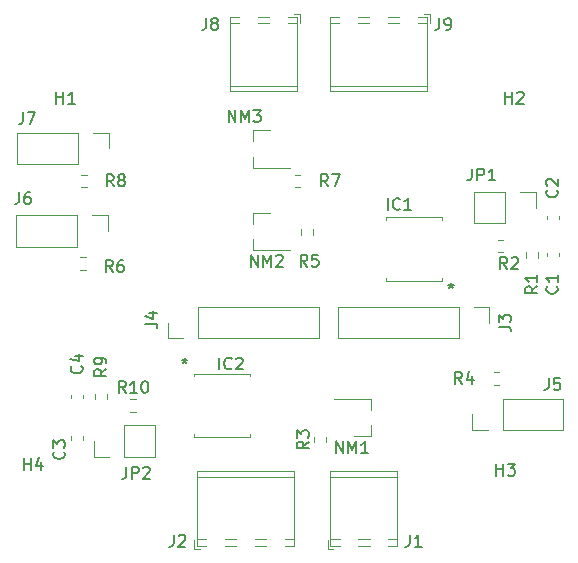
<source format=gbr>
%TF.GenerationSoftware,KiCad,Pcbnew,(6.0.8)*%
%TF.CreationDate,2023-04-06T01:33:44-05:00*%
%TF.ProjectId,ArmPCB_fixed_mosfet_pins,41726d50-4342-45f6-9669-7865645f6d6f,rev?*%
%TF.SameCoordinates,Original*%
%TF.FileFunction,Legend,Top*%
%TF.FilePolarity,Positive*%
%FSLAX46Y46*%
G04 Gerber Fmt 4.6, Leading zero omitted, Abs format (unit mm)*
G04 Created by KiCad (PCBNEW (6.0.8)) date 2023-04-06 01:33:44*
%MOMM*%
%LPD*%
G01*
G04 APERTURE LIST*
%ADD10C,0.150000*%
%ADD11C,0.120000*%
G04 APERTURE END LIST*
D10*
%TO.C,J5*%
X122166666Y-89702380D02*
X122166666Y-90416666D01*
X122119047Y-90559523D01*
X122023809Y-90654761D01*
X121880952Y-90702380D01*
X121785714Y-90702380D01*
X123119047Y-89702380D02*
X122642857Y-89702380D01*
X122595238Y-90178571D01*
X122642857Y-90130952D01*
X122738095Y-90083333D01*
X122976190Y-90083333D01*
X123071428Y-90130952D01*
X123119047Y-90178571D01*
X123166666Y-90273809D01*
X123166666Y-90511904D01*
X123119047Y-90607142D01*
X123071428Y-90654761D01*
X122976190Y-90702380D01*
X122738095Y-90702380D01*
X122642857Y-90654761D01*
X122595238Y-90607142D01*
%TO.C,R7*%
X103483333Y-73452380D02*
X103150000Y-72976190D01*
X102911904Y-73452380D02*
X102911904Y-72452380D01*
X103292857Y-72452380D01*
X103388095Y-72500000D01*
X103435714Y-72547619D01*
X103483333Y-72642857D01*
X103483333Y-72785714D01*
X103435714Y-72880952D01*
X103388095Y-72928571D01*
X103292857Y-72976190D01*
X102911904Y-72976190D01*
X103816666Y-72452380D02*
X104483333Y-72452380D01*
X104054761Y-73452380D01*
%TO.C,H3*%
X117738095Y-97952380D02*
X117738095Y-96952380D01*
X117738095Y-97428571D02*
X118309523Y-97428571D01*
X118309523Y-97952380D02*
X118309523Y-96952380D01*
X118690476Y-96952380D02*
X119309523Y-96952380D01*
X118976190Y-97333333D01*
X119119047Y-97333333D01*
X119214285Y-97380952D01*
X119261904Y-97428571D01*
X119309523Y-97523809D01*
X119309523Y-97761904D01*
X119261904Y-97857142D01*
X119214285Y-97904761D01*
X119119047Y-97952380D01*
X118833333Y-97952380D01*
X118738095Y-97904761D01*
X118690476Y-97857142D01*
%TO.C,C4*%
X82607142Y-88666666D02*
X82654761Y-88714285D01*
X82702380Y-88857142D01*
X82702380Y-88952380D01*
X82654761Y-89095238D01*
X82559523Y-89190476D01*
X82464285Y-89238095D01*
X82273809Y-89285714D01*
X82130952Y-89285714D01*
X81940476Y-89238095D01*
X81845238Y-89190476D01*
X81750000Y-89095238D01*
X81702380Y-88952380D01*
X81702380Y-88857142D01*
X81750000Y-88714285D01*
X81797619Y-88666666D01*
X82035714Y-87809523D02*
X82702380Y-87809523D01*
X81654761Y-88047619D02*
X82369047Y-88285714D01*
X82369047Y-87666666D01*
%TO.C,R4*%
X114833333Y-90164880D02*
X114500000Y-89688690D01*
X114261904Y-90164880D02*
X114261904Y-89164880D01*
X114642857Y-89164880D01*
X114738095Y-89212500D01*
X114785714Y-89260119D01*
X114833333Y-89355357D01*
X114833333Y-89498214D01*
X114785714Y-89593452D01*
X114738095Y-89641071D01*
X114642857Y-89688690D01*
X114261904Y-89688690D01*
X115690476Y-89498214D02*
X115690476Y-90164880D01*
X115452380Y-89117261D02*
X115214285Y-89831547D01*
X115833333Y-89831547D01*
%TO.C,J8*%
X93166666Y-59202380D02*
X93166666Y-59916666D01*
X93119047Y-60059523D01*
X93023809Y-60154761D01*
X92880952Y-60202380D01*
X92785714Y-60202380D01*
X93785714Y-59630952D02*
X93690476Y-59583333D01*
X93642857Y-59535714D01*
X93595238Y-59440476D01*
X93595238Y-59392857D01*
X93642857Y-59297619D01*
X93690476Y-59250000D01*
X93785714Y-59202380D01*
X93976190Y-59202380D01*
X94071428Y-59250000D01*
X94119047Y-59297619D01*
X94166666Y-59392857D01*
X94166666Y-59440476D01*
X94119047Y-59535714D01*
X94071428Y-59583333D01*
X93976190Y-59630952D01*
X93785714Y-59630952D01*
X93690476Y-59678571D01*
X93642857Y-59726190D01*
X93595238Y-59821428D01*
X93595238Y-60011904D01*
X93642857Y-60107142D01*
X93690476Y-60154761D01*
X93785714Y-60202380D01*
X93976190Y-60202380D01*
X94071428Y-60154761D01*
X94119047Y-60107142D01*
X94166666Y-60011904D01*
X94166666Y-59821428D01*
X94119047Y-59726190D01*
X94071428Y-59678571D01*
X93976190Y-59630952D01*
%TO.C,J1*%
X110416666Y-102952380D02*
X110416666Y-103666666D01*
X110369047Y-103809523D01*
X110273809Y-103904761D01*
X110130952Y-103952380D01*
X110035714Y-103952380D01*
X111416666Y-103952380D02*
X110845238Y-103952380D01*
X111130952Y-103952380D02*
X111130952Y-102952380D01*
X111035714Y-103095238D01*
X110940476Y-103190476D01*
X110845238Y-103238095D01*
%TO.C,J3*%
X117952380Y-85333333D02*
X118666666Y-85333333D01*
X118809523Y-85380952D01*
X118904761Y-85476190D01*
X118952380Y-85619047D01*
X118952380Y-85714285D01*
X117952380Y-84952380D02*
X117952380Y-84333333D01*
X118333333Y-84666666D01*
X118333333Y-84523809D01*
X118380952Y-84428571D01*
X118428571Y-84380952D01*
X118523809Y-84333333D01*
X118761904Y-84333333D01*
X118857142Y-84380952D01*
X118904761Y-84428571D01*
X118952380Y-84523809D01*
X118952380Y-84809523D01*
X118904761Y-84904761D01*
X118857142Y-84952380D01*
%TO.C,IC2*%
X94273809Y-88952380D02*
X94273809Y-87952380D01*
X95321428Y-88857142D02*
X95273809Y-88904761D01*
X95130952Y-88952380D01*
X95035714Y-88952380D01*
X94892857Y-88904761D01*
X94797619Y-88809523D01*
X94750000Y-88714285D01*
X94702380Y-88523809D01*
X94702380Y-88380952D01*
X94750000Y-88190476D01*
X94797619Y-88095238D01*
X94892857Y-88000000D01*
X95035714Y-87952380D01*
X95130952Y-87952380D01*
X95273809Y-88000000D01*
X95321428Y-88047619D01*
X95702380Y-88047619D02*
X95750000Y-88000000D01*
X95845238Y-87952380D01*
X96083333Y-87952380D01*
X96178571Y-88000000D01*
X96226190Y-88047619D01*
X96273809Y-88142857D01*
X96273809Y-88238095D01*
X96226190Y-88380952D01*
X95654761Y-88952380D01*
X96273809Y-88952380D01*
X91344050Y-88003780D02*
X91344050Y-88241876D01*
X91105954Y-88146638D02*
X91344050Y-88241876D01*
X91582145Y-88146638D01*
X91201192Y-88432352D02*
X91344050Y-88241876D01*
X91486907Y-88432352D01*
%TO.C,J9*%
X112916666Y-59202380D02*
X112916666Y-59916666D01*
X112869047Y-60059523D01*
X112773809Y-60154761D01*
X112630952Y-60202380D01*
X112535714Y-60202380D01*
X113440476Y-60202380D02*
X113630952Y-60202380D01*
X113726190Y-60154761D01*
X113773809Y-60107142D01*
X113869047Y-59964285D01*
X113916666Y-59773809D01*
X113916666Y-59392857D01*
X113869047Y-59297619D01*
X113821428Y-59250000D01*
X113726190Y-59202380D01*
X113535714Y-59202380D01*
X113440476Y-59250000D01*
X113392857Y-59297619D01*
X113345238Y-59392857D01*
X113345238Y-59630952D01*
X113392857Y-59726190D01*
X113440476Y-59773809D01*
X113535714Y-59821428D01*
X113726190Y-59821428D01*
X113821428Y-59773809D01*
X113869047Y-59726190D01*
X113916666Y-59630952D01*
%TO.C,R6*%
X85253333Y-80702380D02*
X84920000Y-80226190D01*
X84681904Y-80702380D02*
X84681904Y-79702380D01*
X85062857Y-79702380D01*
X85158095Y-79750000D01*
X85205714Y-79797619D01*
X85253333Y-79892857D01*
X85253333Y-80035714D01*
X85205714Y-80130952D01*
X85158095Y-80178571D01*
X85062857Y-80226190D01*
X84681904Y-80226190D01*
X86110476Y-79702380D02*
X85920000Y-79702380D01*
X85824761Y-79750000D01*
X85777142Y-79797619D01*
X85681904Y-79940476D01*
X85634285Y-80130952D01*
X85634285Y-80511904D01*
X85681904Y-80607142D01*
X85729523Y-80654761D01*
X85824761Y-80702380D01*
X86015238Y-80702380D01*
X86110476Y-80654761D01*
X86158095Y-80607142D01*
X86205714Y-80511904D01*
X86205714Y-80273809D01*
X86158095Y-80178571D01*
X86110476Y-80130952D01*
X86015238Y-80083333D01*
X85824761Y-80083333D01*
X85729523Y-80130952D01*
X85681904Y-80178571D01*
X85634285Y-80273809D01*
%TO.C,IC1*%
X108523809Y-75452380D02*
X108523809Y-74452380D01*
X109571428Y-75357142D02*
X109523809Y-75404761D01*
X109380952Y-75452380D01*
X109285714Y-75452380D01*
X109142857Y-75404761D01*
X109047619Y-75309523D01*
X109000000Y-75214285D01*
X108952380Y-75023809D01*
X108952380Y-74880952D01*
X109000000Y-74690476D01*
X109047619Y-74595238D01*
X109142857Y-74500000D01*
X109285714Y-74452380D01*
X109380952Y-74452380D01*
X109523809Y-74500000D01*
X109571428Y-74547619D01*
X110523809Y-75452380D02*
X109952380Y-75452380D01*
X110238095Y-75452380D02*
X110238095Y-74452380D01*
X110142857Y-74595238D01*
X110047619Y-74690476D01*
X109952380Y-74738095D01*
X113905950Y-81650980D02*
X113905950Y-81889076D01*
X113667854Y-81793838D02*
X113905950Y-81889076D01*
X114144045Y-81793838D01*
X113763092Y-82079552D02*
X113905950Y-81889076D01*
X114048807Y-82079552D01*
%TO.C,R10*%
X86357142Y-90952380D02*
X86023809Y-90476190D01*
X85785714Y-90952380D02*
X85785714Y-89952380D01*
X86166666Y-89952380D01*
X86261904Y-90000000D01*
X86309523Y-90047619D01*
X86357142Y-90142857D01*
X86357142Y-90285714D01*
X86309523Y-90380952D01*
X86261904Y-90428571D01*
X86166666Y-90476190D01*
X85785714Y-90476190D01*
X87309523Y-90952380D02*
X86738095Y-90952380D01*
X87023809Y-90952380D02*
X87023809Y-89952380D01*
X86928571Y-90095238D01*
X86833333Y-90190476D01*
X86738095Y-90238095D01*
X87928571Y-89952380D02*
X88023809Y-89952380D01*
X88119047Y-90000000D01*
X88166666Y-90047619D01*
X88214285Y-90142857D01*
X88261904Y-90333333D01*
X88261904Y-90571428D01*
X88214285Y-90761904D01*
X88166666Y-90857142D01*
X88119047Y-90904761D01*
X88023809Y-90952380D01*
X87928571Y-90952380D01*
X87833333Y-90904761D01*
X87785714Y-90857142D01*
X87738095Y-90761904D01*
X87690476Y-90571428D01*
X87690476Y-90333333D01*
X87738095Y-90142857D01*
X87785714Y-90047619D01*
X87833333Y-90000000D01*
X87928571Y-89952380D01*
%TO.C,R1*%
X121202380Y-81916666D02*
X120726190Y-82250000D01*
X121202380Y-82488095D02*
X120202380Y-82488095D01*
X120202380Y-82107142D01*
X120250000Y-82011904D01*
X120297619Y-81964285D01*
X120392857Y-81916666D01*
X120535714Y-81916666D01*
X120630952Y-81964285D01*
X120678571Y-82011904D01*
X120726190Y-82107142D01*
X120726190Y-82488095D01*
X121202380Y-80964285D02*
X121202380Y-81535714D01*
X121202380Y-81250000D02*
X120202380Y-81250000D01*
X120345238Y-81345238D01*
X120440476Y-81440476D01*
X120488095Y-81535714D01*
%TO.C,R2*%
X118658333Y-80452380D02*
X118325000Y-79976190D01*
X118086904Y-80452380D02*
X118086904Y-79452380D01*
X118467857Y-79452380D01*
X118563095Y-79500000D01*
X118610714Y-79547619D01*
X118658333Y-79642857D01*
X118658333Y-79785714D01*
X118610714Y-79880952D01*
X118563095Y-79928571D01*
X118467857Y-79976190D01*
X118086904Y-79976190D01*
X119039285Y-79547619D02*
X119086904Y-79500000D01*
X119182142Y-79452380D01*
X119420238Y-79452380D01*
X119515476Y-79500000D01*
X119563095Y-79547619D01*
X119610714Y-79642857D01*
X119610714Y-79738095D01*
X119563095Y-79880952D01*
X118991666Y-80452380D01*
X119610714Y-80452380D01*
%TO.C,C2*%
X122857142Y-73766666D02*
X122904761Y-73814285D01*
X122952380Y-73957142D01*
X122952380Y-74052380D01*
X122904761Y-74195238D01*
X122809523Y-74290476D01*
X122714285Y-74338095D01*
X122523809Y-74385714D01*
X122380952Y-74385714D01*
X122190476Y-74338095D01*
X122095238Y-74290476D01*
X122000000Y-74195238D01*
X121952380Y-74052380D01*
X121952380Y-73957142D01*
X122000000Y-73814285D01*
X122047619Y-73766666D01*
X122047619Y-73385714D02*
X122000000Y-73338095D01*
X121952380Y-73242857D01*
X121952380Y-73004761D01*
X122000000Y-72909523D01*
X122047619Y-72861904D01*
X122142857Y-72814285D01*
X122238095Y-72814285D01*
X122380952Y-72861904D01*
X122952380Y-73433333D01*
X122952380Y-72814285D01*
%TO.C,C3*%
X81107142Y-95916666D02*
X81154761Y-95964285D01*
X81202380Y-96107142D01*
X81202380Y-96202380D01*
X81154761Y-96345238D01*
X81059523Y-96440476D01*
X80964285Y-96488095D01*
X80773809Y-96535714D01*
X80630952Y-96535714D01*
X80440476Y-96488095D01*
X80345238Y-96440476D01*
X80250000Y-96345238D01*
X80202380Y-96202380D01*
X80202380Y-96107142D01*
X80250000Y-95964285D01*
X80297619Y-95916666D01*
X80202380Y-95583333D02*
X80202380Y-94964285D01*
X80583333Y-95297619D01*
X80583333Y-95154761D01*
X80630952Y-95059523D01*
X80678571Y-95011904D01*
X80773809Y-94964285D01*
X81011904Y-94964285D01*
X81107142Y-95011904D01*
X81154761Y-95059523D01*
X81202380Y-95154761D01*
X81202380Y-95440476D01*
X81154761Y-95535714D01*
X81107142Y-95583333D01*
%TO.C,H2*%
X118488095Y-66452380D02*
X118488095Y-65452380D01*
X118488095Y-65928571D02*
X119059523Y-65928571D01*
X119059523Y-66452380D02*
X119059523Y-65452380D01*
X119488095Y-65547619D02*
X119535714Y-65500000D01*
X119630952Y-65452380D01*
X119869047Y-65452380D01*
X119964285Y-65500000D01*
X120011904Y-65547619D01*
X120059523Y-65642857D01*
X120059523Y-65738095D01*
X120011904Y-65880952D01*
X119440476Y-66452380D01*
X120059523Y-66452380D01*
%TO.C,R5*%
X101733333Y-80252380D02*
X101400000Y-79776190D01*
X101161904Y-80252380D02*
X101161904Y-79252380D01*
X101542857Y-79252380D01*
X101638095Y-79300000D01*
X101685714Y-79347619D01*
X101733333Y-79442857D01*
X101733333Y-79585714D01*
X101685714Y-79680952D01*
X101638095Y-79728571D01*
X101542857Y-79776190D01*
X101161904Y-79776190D01*
X102638095Y-79252380D02*
X102161904Y-79252380D01*
X102114285Y-79728571D01*
X102161904Y-79680952D01*
X102257142Y-79633333D01*
X102495238Y-79633333D01*
X102590476Y-79680952D01*
X102638095Y-79728571D01*
X102685714Y-79823809D01*
X102685714Y-80061904D01*
X102638095Y-80157142D01*
X102590476Y-80204761D01*
X102495238Y-80252380D01*
X102257142Y-80252380D01*
X102161904Y-80204761D01*
X102114285Y-80157142D01*
%TO.C,J7*%
X77666666Y-67202380D02*
X77666666Y-67916666D01*
X77619047Y-68059523D01*
X77523809Y-68154761D01*
X77380952Y-68202380D01*
X77285714Y-68202380D01*
X78047619Y-67202380D02*
X78714285Y-67202380D01*
X78285714Y-68202380D01*
%TO.C,C1*%
X122857142Y-81916666D02*
X122904761Y-81964285D01*
X122952380Y-82107142D01*
X122952380Y-82202380D01*
X122904761Y-82345238D01*
X122809523Y-82440476D01*
X122714285Y-82488095D01*
X122523809Y-82535714D01*
X122380952Y-82535714D01*
X122190476Y-82488095D01*
X122095238Y-82440476D01*
X122000000Y-82345238D01*
X121952380Y-82202380D01*
X121952380Y-82107142D01*
X122000000Y-81964285D01*
X122047619Y-81916666D01*
X122952380Y-80964285D02*
X122952380Y-81535714D01*
X122952380Y-81250000D02*
X121952380Y-81250000D01*
X122095238Y-81345238D01*
X122190476Y-81440476D01*
X122238095Y-81535714D01*
%TO.C,NM1*%
X104166666Y-96052380D02*
X104166666Y-95052380D01*
X104738095Y-96052380D01*
X104738095Y-95052380D01*
X105214285Y-96052380D02*
X105214285Y-95052380D01*
X105547619Y-95766666D01*
X105880952Y-95052380D01*
X105880952Y-96052380D01*
X106880952Y-96052380D02*
X106309523Y-96052380D01*
X106595238Y-96052380D02*
X106595238Y-95052380D01*
X106500000Y-95195238D01*
X106404761Y-95290476D01*
X106309523Y-95338095D01*
%TO.C,R9*%
X84702380Y-88916666D02*
X84226190Y-89250000D01*
X84702380Y-89488095D02*
X83702380Y-89488095D01*
X83702380Y-89107142D01*
X83750000Y-89011904D01*
X83797619Y-88964285D01*
X83892857Y-88916666D01*
X84035714Y-88916666D01*
X84130952Y-88964285D01*
X84178571Y-89011904D01*
X84226190Y-89107142D01*
X84226190Y-89488095D01*
X84702380Y-88440476D02*
X84702380Y-88250000D01*
X84654761Y-88154761D01*
X84607142Y-88107142D01*
X84464285Y-88011904D01*
X84273809Y-87964285D01*
X83892857Y-87964285D01*
X83797619Y-88011904D01*
X83750000Y-88059523D01*
X83702380Y-88154761D01*
X83702380Y-88345238D01*
X83750000Y-88440476D01*
X83797619Y-88488095D01*
X83892857Y-88535714D01*
X84130952Y-88535714D01*
X84226190Y-88488095D01*
X84273809Y-88440476D01*
X84321428Y-88345238D01*
X84321428Y-88154761D01*
X84273809Y-88059523D01*
X84226190Y-88011904D01*
X84130952Y-87964285D01*
%TO.C,R8*%
X85333333Y-73452380D02*
X85000000Y-72976190D01*
X84761904Y-73452380D02*
X84761904Y-72452380D01*
X85142857Y-72452380D01*
X85238095Y-72500000D01*
X85285714Y-72547619D01*
X85333333Y-72642857D01*
X85333333Y-72785714D01*
X85285714Y-72880952D01*
X85238095Y-72928571D01*
X85142857Y-72976190D01*
X84761904Y-72976190D01*
X85904761Y-72880952D02*
X85809523Y-72833333D01*
X85761904Y-72785714D01*
X85714285Y-72690476D01*
X85714285Y-72642857D01*
X85761904Y-72547619D01*
X85809523Y-72500000D01*
X85904761Y-72452380D01*
X86095238Y-72452380D01*
X86190476Y-72500000D01*
X86238095Y-72547619D01*
X86285714Y-72642857D01*
X86285714Y-72690476D01*
X86238095Y-72785714D01*
X86190476Y-72833333D01*
X86095238Y-72880952D01*
X85904761Y-72880952D01*
X85809523Y-72928571D01*
X85761904Y-72976190D01*
X85714285Y-73071428D01*
X85714285Y-73261904D01*
X85761904Y-73357142D01*
X85809523Y-73404761D01*
X85904761Y-73452380D01*
X86095238Y-73452380D01*
X86190476Y-73404761D01*
X86238095Y-73357142D01*
X86285714Y-73261904D01*
X86285714Y-73071428D01*
X86238095Y-72976190D01*
X86190476Y-72928571D01*
X86095238Y-72880952D01*
%TO.C,H4*%
X77738095Y-97452380D02*
X77738095Y-96452380D01*
X77738095Y-96928571D02*
X78309523Y-96928571D01*
X78309523Y-97452380D02*
X78309523Y-96452380D01*
X79214285Y-96785714D02*
X79214285Y-97452380D01*
X78976190Y-96404761D02*
X78738095Y-97119047D01*
X79357142Y-97119047D01*
%TO.C,J4*%
X88027380Y-85083333D02*
X88741666Y-85083333D01*
X88884523Y-85130952D01*
X88979761Y-85226190D01*
X89027380Y-85369047D01*
X89027380Y-85464285D01*
X88360714Y-84178571D02*
X89027380Y-84178571D01*
X87979761Y-84416666D02*
X88694047Y-84654761D01*
X88694047Y-84035714D01*
%TO.C,R3*%
X101852380Y-95066666D02*
X101376190Y-95400000D01*
X101852380Y-95638095D02*
X100852380Y-95638095D01*
X100852380Y-95257142D01*
X100900000Y-95161904D01*
X100947619Y-95114285D01*
X101042857Y-95066666D01*
X101185714Y-95066666D01*
X101280952Y-95114285D01*
X101328571Y-95161904D01*
X101376190Y-95257142D01*
X101376190Y-95638095D01*
X100852380Y-94733333D02*
X100852380Y-94114285D01*
X101233333Y-94447619D01*
X101233333Y-94304761D01*
X101280952Y-94209523D01*
X101328571Y-94161904D01*
X101423809Y-94114285D01*
X101661904Y-94114285D01*
X101757142Y-94161904D01*
X101804761Y-94209523D01*
X101852380Y-94304761D01*
X101852380Y-94590476D01*
X101804761Y-94685714D01*
X101757142Y-94733333D01*
%TO.C,NM3*%
X95066666Y-68002380D02*
X95066666Y-67002380D01*
X95638095Y-68002380D01*
X95638095Y-67002380D01*
X96114285Y-68002380D02*
X96114285Y-67002380D01*
X96447619Y-67716666D01*
X96780952Y-67002380D01*
X96780952Y-68002380D01*
X97161904Y-67002380D02*
X97780952Y-67002380D01*
X97447619Y-67383333D01*
X97590476Y-67383333D01*
X97685714Y-67430952D01*
X97733333Y-67478571D01*
X97780952Y-67573809D01*
X97780952Y-67811904D01*
X97733333Y-67907142D01*
X97685714Y-67954761D01*
X97590476Y-68002380D01*
X97304761Y-68002380D01*
X97209523Y-67954761D01*
X97161904Y-67907142D01*
%TO.C,J2*%
X90416666Y-102952380D02*
X90416666Y-103666666D01*
X90369047Y-103809523D01*
X90273809Y-103904761D01*
X90130952Y-103952380D01*
X90035714Y-103952380D01*
X90845238Y-103047619D02*
X90892857Y-103000000D01*
X90988095Y-102952380D01*
X91226190Y-102952380D01*
X91321428Y-103000000D01*
X91369047Y-103047619D01*
X91416666Y-103142857D01*
X91416666Y-103238095D01*
X91369047Y-103380952D01*
X90797619Y-103952380D01*
X91416666Y-103952380D01*
%TO.C,NM2*%
X96966666Y-80252380D02*
X96966666Y-79252380D01*
X97538095Y-80252380D01*
X97538095Y-79252380D01*
X98014285Y-80252380D02*
X98014285Y-79252380D01*
X98347619Y-79966666D01*
X98680952Y-79252380D01*
X98680952Y-80252380D01*
X99109523Y-79347619D02*
X99157142Y-79300000D01*
X99252380Y-79252380D01*
X99490476Y-79252380D01*
X99585714Y-79300000D01*
X99633333Y-79347619D01*
X99680952Y-79442857D01*
X99680952Y-79538095D01*
X99633333Y-79680952D01*
X99061904Y-80252380D01*
X99680952Y-80252380D01*
%TO.C,JP1*%
X115666666Y-71952380D02*
X115666666Y-72666666D01*
X115619047Y-72809523D01*
X115523809Y-72904761D01*
X115380952Y-72952380D01*
X115285714Y-72952380D01*
X116142857Y-72952380D02*
X116142857Y-71952380D01*
X116523809Y-71952380D01*
X116619047Y-72000000D01*
X116666666Y-72047619D01*
X116714285Y-72142857D01*
X116714285Y-72285714D01*
X116666666Y-72380952D01*
X116619047Y-72428571D01*
X116523809Y-72476190D01*
X116142857Y-72476190D01*
X117666666Y-72952380D02*
X117095238Y-72952380D01*
X117380952Y-72952380D02*
X117380952Y-71952380D01*
X117285714Y-72095238D01*
X117190476Y-72190476D01*
X117095238Y-72238095D01*
%TO.C,JP2*%
X86416666Y-97202380D02*
X86416666Y-97916666D01*
X86369047Y-98059523D01*
X86273809Y-98154761D01*
X86130952Y-98202380D01*
X86035714Y-98202380D01*
X86892857Y-98202380D02*
X86892857Y-97202380D01*
X87273809Y-97202380D01*
X87369047Y-97250000D01*
X87416666Y-97297619D01*
X87464285Y-97392857D01*
X87464285Y-97535714D01*
X87416666Y-97630952D01*
X87369047Y-97678571D01*
X87273809Y-97726190D01*
X86892857Y-97726190D01*
X87845238Y-97297619D02*
X87892857Y-97250000D01*
X87988095Y-97202380D01*
X88226190Y-97202380D01*
X88321428Y-97250000D01*
X88369047Y-97297619D01*
X88416666Y-97392857D01*
X88416666Y-97488095D01*
X88369047Y-97630952D01*
X87797619Y-98202380D01*
X88416666Y-98202380D01*
%TO.C,H1*%
X80488095Y-66452380D02*
X80488095Y-65452380D01*
X80488095Y-65928571D02*
X81059523Y-65928571D01*
X81059523Y-66452380D02*
X81059523Y-65452380D01*
X82059523Y-66452380D02*
X81488095Y-66452380D01*
X81773809Y-66452380D02*
X81773809Y-65452380D01*
X81678571Y-65595238D01*
X81583333Y-65690476D01*
X81488095Y-65738095D01*
%TO.C,J6*%
X77336666Y-73952380D02*
X77336666Y-74666666D01*
X77289047Y-74809523D01*
X77193809Y-74904761D01*
X77050952Y-74952380D01*
X76955714Y-74952380D01*
X78241428Y-73952380D02*
X78050952Y-73952380D01*
X77955714Y-74000000D01*
X77908095Y-74047619D01*
X77812857Y-74190476D01*
X77765238Y-74380952D01*
X77765238Y-74761904D01*
X77812857Y-74857142D01*
X77860476Y-74904761D01*
X77955714Y-74952380D01*
X78146190Y-74952380D01*
X78241428Y-74904761D01*
X78289047Y-74857142D01*
X78336666Y-74761904D01*
X78336666Y-74523809D01*
X78289047Y-74428571D01*
X78241428Y-74380952D01*
X78146190Y-74333333D01*
X77955714Y-74333333D01*
X77860476Y-74380952D01*
X77812857Y-74428571D01*
X77765238Y-74523809D01*
D11*
%TO.C,J5*%
X118270000Y-94080000D02*
X118270000Y-91420000D01*
X118270000Y-91420000D02*
X123410000Y-91420000D01*
X118270000Y-94080000D02*
X123410000Y-94080000D01*
X117000000Y-94080000D02*
X115670000Y-94080000D01*
X115670000Y-94080000D02*
X115670000Y-92750000D01*
X123410000Y-94080000D02*
X123410000Y-91420000D01*
%TO.C,R7*%
X100662742Y-73522500D02*
X101137258Y-73522500D01*
X100662742Y-72477500D02*
X101137258Y-72477500D01*
%TO.C,C4*%
X82760000Y-91109420D02*
X82760000Y-91390580D01*
X81740000Y-91109420D02*
X81740000Y-91390580D01*
%TO.C,R4*%
X117987258Y-89190000D02*
X117512742Y-89190000D01*
X117987258Y-90235000D02*
X117512742Y-90235000D01*
%TO.C,J8*%
X100870000Y-59090000D02*
X100100000Y-59090000D01*
X98520000Y-59650000D02*
X97560000Y-59650000D01*
X95210000Y-65410000D02*
X95210000Y-59090000D01*
X101110000Y-58850000D02*
X100610000Y-58850000D01*
X100870000Y-65410000D02*
X100870000Y-59090000D01*
X100870000Y-59650000D02*
X100100000Y-59650000D01*
X100870000Y-65410000D02*
X95210000Y-65410000D01*
X98520000Y-59090000D02*
X97560000Y-59090000D01*
X100870000Y-64950000D02*
X95210000Y-64950000D01*
X95980000Y-59090000D02*
X95210000Y-59090000D01*
X95980000Y-59650000D02*
X95210000Y-59650000D01*
X101110000Y-59590000D02*
X101110000Y-58850000D01*
%TO.C,J1*%
X109350000Y-97590000D02*
X109350000Y-103910000D01*
X103450000Y-103410000D02*
X103450000Y-104150000D01*
X103690000Y-103910000D02*
X104460000Y-103910000D01*
X106040000Y-103350000D02*
X107000000Y-103350000D01*
X103690000Y-103350000D02*
X104460000Y-103350000D01*
X103450000Y-104150000D02*
X103950000Y-104150000D01*
X108580000Y-103910000D02*
X109350000Y-103910000D01*
X103690000Y-98050000D02*
X109350000Y-98050000D01*
X103690000Y-97590000D02*
X103690000Y-103910000D01*
X103690000Y-97590000D02*
X109350000Y-97590000D01*
X106040000Y-103910000D02*
X107000000Y-103910000D01*
X108580000Y-103350000D02*
X109350000Y-103350000D01*
%TO.C,J3*%
X114555000Y-83670000D02*
X104335000Y-83670000D01*
X117155000Y-83670000D02*
X117155000Y-85000000D01*
X104335000Y-83670000D02*
X104335000Y-86330000D01*
X114555000Y-86330000D02*
X104335000Y-86330000D01*
X115825000Y-83670000D02*
X117155000Y-83670000D01*
X114555000Y-83670000D02*
X114555000Y-86330000D01*
%TO.C,IC2*%
X92125100Y-94679700D02*
X96874900Y-94679700D01*
X92125100Y-94460539D02*
X92125100Y-94679700D01*
X96874900Y-89320300D02*
X92125100Y-89320300D01*
X96874900Y-89539461D02*
X96874900Y-89320300D01*
X96874900Y-94679700D02*
X96874900Y-94460541D01*
X92125100Y-89320300D02*
X92125100Y-89539459D01*
%TO.C,J9*%
X112090000Y-59590000D02*
X112090000Y-58850000D01*
X111850000Y-65410000D02*
X111850000Y-59090000D01*
X103650000Y-65410000D02*
X103650000Y-59090000D01*
X111850000Y-64950000D02*
X103650000Y-64950000D01*
X111850000Y-59090000D02*
X111080000Y-59090000D01*
X104420000Y-59090000D02*
X103650000Y-59090000D01*
X112090000Y-58850000D02*
X111590000Y-58850000D01*
X106960000Y-59650000D02*
X106000000Y-59650000D01*
X111850000Y-65410000D02*
X103650000Y-65410000D01*
X104420000Y-59650000D02*
X103650000Y-59650000D01*
X109500000Y-59090000D02*
X108540000Y-59090000D01*
X111850000Y-59650000D02*
X111080000Y-59650000D01*
X106960000Y-59090000D02*
X106000000Y-59090000D01*
X109500000Y-59650000D02*
X108540000Y-59650000D01*
%TO.C,R6*%
X82512742Y-80522500D02*
X82987258Y-80522500D01*
X82512742Y-79477500D02*
X82987258Y-79477500D01*
%TO.C,IC1*%
X113124900Y-76289461D02*
X113124900Y-76070300D01*
X108375100Y-76070300D02*
X108375100Y-76289459D01*
X108375100Y-81210539D02*
X108375100Y-81429700D01*
X113124900Y-76070300D02*
X108375100Y-76070300D01*
X108375100Y-81429700D02*
X113124900Y-81429700D01*
X113124900Y-81429700D02*
X113124900Y-81210541D01*
%TO.C,R10*%
X87237258Y-92522500D02*
X86762742Y-92522500D01*
X87237258Y-91477500D02*
X86762742Y-91477500D01*
%TO.C,R1*%
X120227500Y-79012742D02*
X120227500Y-79487258D01*
X121272500Y-79012742D02*
X121272500Y-79487258D01*
%TO.C,R2*%
X117837742Y-77977500D02*
X118312258Y-77977500D01*
X117837742Y-79022500D02*
X118312258Y-79022500D01*
%TO.C,C2*%
X123010000Y-75959420D02*
X123010000Y-76240580D01*
X121990000Y-75959420D02*
X121990000Y-76240580D01*
%TO.C,C3*%
X81740000Y-94890580D02*
X81740000Y-94609420D01*
X82760000Y-94890580D02*
X82760000Y-94609420D01*
%TO.C,R5*%
X102222500Y-77537258D02*
X102222500Y-77062742D01*
X101177500Y-77537258D02*
X101177500Y-77062742D01*
%TO.C,J7*%
X77195000Y-68920000D02*
X77195000Y-71580000D01*
X84935000Y-68920000D02*
X84935000Y-70250000D01*
X83605000Y-68920000D02*
X84935000Y-68920000D01*
X82335000Y-68920000D02*
X82335000Y-71580000D01*
X82335000Y-71580000D02*
X77195000Y-71580000D01*
X82335000Y-68920000D02*
X77195000Y-68920000D01*
%TO.C,C1*%
X121990000Y-79390580D02*
X121990000Y-79109420D01*
X123010000Y-79390580D02*
X123010000Y-79109420D01*
%TO.C,NM1*%
X107160000Y-94580000D02*
X105700000Y-94580000D01*
X107160000Y-94580000D02*
X107160000Y-93650000D01*
X107160000Y-91420000D02*
X107160000Y-92350000D01*
X107160000Y-91420000D02*
X104000000Y-91420000D01*
%TO.C,R9*%
X83727500Y-91487258D02*
X83727500Y-91012742D01*
X84772500Y-91487258D02*
X84772500Y-91012742D01*
%TO.C,R8*%
X82592742Y-73522500D02*
X83067258Y-73522500D01*
X82592742Y-72477500D02*
X83067258Y-72477500D01*
%TO.C,J4*%
X102740000Y-86330000D02*
X102740000Y-83670000D01*
X92520000Y-86330000D02*
X92520000Y-83670000D01*
X92520000Y-83670000D02*
X102740000Y-83670000D01*
X89920000Y-86330000D02*
X89920000Y-85000000D01*
X91250000Y-86330000D02*
X89920000Y-86330000D01*
X92520000Y-86330000D02*
X102740000Y-86330000D01*
%TO.C,R3*%
X103322500Y-95137258D02*
X103322500Y-94662742D01*
X102277500Y-95137258D02*
X102277500Y-94662742D01*
%TO.C,NM3*%
X97140000Y-68720000D02*
X97140000Y-69650000D01*
X97140000Y-68720000D02*
X98600000Y-68720000D01*
X97140000Y-71880000D02*
X97140000Y-70950000D01*
X97140000Y-71880000D02*
X100300000Y-71880000D01*
%TO.C,J2*%
X94750000Y-103350000D02*
X95710000Y-103350000D01*
X99830000Y-103910000D02*
X100600000Y-103910000D01*
X92400000Y-97590000D02*
X92400000Y-103910000D01*
X92400000Y-103350000D02*
X93170000Y-103350000D01*
X92400000Y-103910000D02*
X93170000Y-103910000D01*
X100600000Y-97590000D02*
X100600000Y-103910000D01*
X92400000Y-98050000D02*
X100600000Y-98050000D01*
X92400000Y-97590000D02*
X100600000Y-97590000D01*
X99830000Y-103350000D02*
X100600000Y-103350000D01*
X92160000Y-103410000D02*
X92160000Y-104150000D01*
X92160000Y-104150000D02*
X92660000Y-104150000D01*
X97290000Y-103910000D02*
X98250000Y-103910000D01*
X94750000Y-103910000D02*
X95710000Y-103910000D01*
X97290000Y-103350000D02*
X98250000Y-103350000D01*
%TO.C,NM2*%
X97140000Y-75720000D02*
X97140000Y-76650000D01*
X97140000Y-75720000D02*
X98600000Y-75720000D01*
X97140000Y-78880000D02*
X100300000Y-78880000D01*
X97140000Y-78880000D02*
X97140000Y-77950000D01*
%TO.C,JP1*%
X118480000Y-76580000D02*
X115880000Y-76580000D01*
X115880000Y-73920000D02*
X115880000Y-76580000D01*
X121080000Y-73920000D02*
X121080000Y-75250000D01*
X118480000Y-73920000D02*
X118480000Y-76580000D01*
X119750000Y-73920000D02*
X121080000Y-73920000D01*
X118480000Y-73920000D02*
X115880000Y-73920000D01*
%TO.C,JP2*%
X86245000Y-96330000D02*
X88845000Y-96330000D01*
X86245000Y-93670000D02*
X88845000Y-93670000D01*
X86245000Y-96330000D02*
X86245000Y-93670000D01*
X83645000Y-96330000D02*
X83645000Y-95000000D01*
X84975000Y-96330000D02*
X83645000Y-96330000D01*
X88845000Y-96330000D02*
X88845000Y-93670000D01*
%TO.C,J6*%
X77090000Y-75920000D02*
X77090000Y-78580000D01*
X82230000Y-75920000D02*
X82230000Y-78580000D01*
X84830000Y-75920000D02*
X84830000Y-77250000D01*
X82230000Y-78580000D02*
X77090000Y-78580000D01*
X82230000Y-75920000D02*
X77090000Y-75920000D01*
X83500000Y-75920000D02*
X84830000Y-75920000D01*
%TD*%
M02*

</source>
